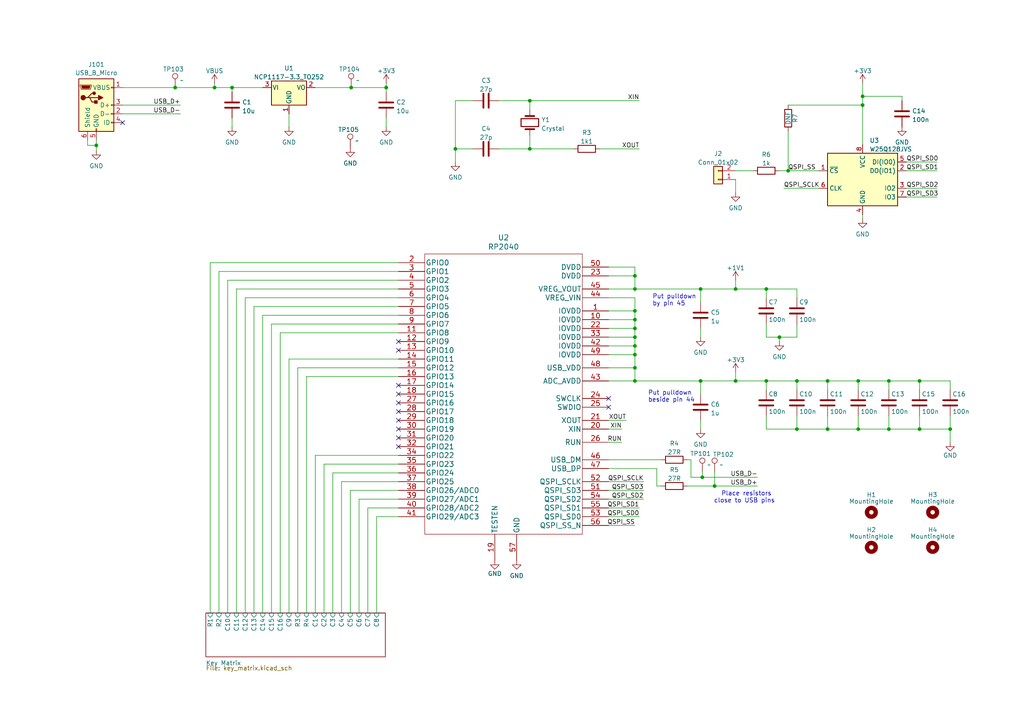
<source format=kicad_sch>
(kicad_sch (version 20231120) (generator "eeschema") (generator_version "8.0")
  (paper "A4")
  (title_block (title "Keyboard PCB"))
  (lib_symbols
    (symbol "Connector:TestPoint" (pin_numbers hide) (pin_names (offset 0.762) hide)
      (property "Reference" "TP" (at 0 6.858 0))
      (property "Value" "TestPoint" (at 0 5.08 0))
      (symbol "TestPoint_0_1"
        (circle (center 0 3.302) (radius 0.762))
      )
      (symbol "TestPoint_1_1"
        (pin passive line (at 0 0 90) (length 2.54) (name "1") (number "1"))
      )
    )
    (symbol "Connector:USB_B_Micro" (pin_names (offset 1.016))
      (property "Reference" "J" (at -5.08 11.43 0))
      (property "Value" "USB_B_Micro" (at -5.08 8.89 0))
      (symbol "USB_B_Micro_0_1"
        (rectangle (start -5.08 -7.62) (end 5.08 7.62) (stroke (width 0.254)) (fill (type background)))
        (circle (center -3.81 2.159) (radius 0.635) (stroke (width 0.254)) (fill (type outline)))
        (circle (center -0.635 3.429) (radius 0.381) (stroke (width 0.254)) (fill (type outline)))
        (rectangle (start -0.127 -7.62) (end 0.127 -6.858))
        (polyline (pts (xy -1.905 2.159) (xy 0.635 2.159)) (stroke (width 0.254)))
        (polyline (pts (xy -3.175 2.159) (xy -2.54 2.159) (xy -1.27 3.429) (xy -0.635 3.429)) (stroke (width 0.254)))
        (polyline (pts (xy -2.54 2.159) (xy -1.905 2.159) (xy -1.27 0.889) (xy 0 0.889)) (stroke (width 0.254)))
        (polyline (pts (xy 0.635 2.794) (xy 0.635 1.524) (xy 1.905 2.159) (xy 0.635 2.794)) (stroke (width 0.254)) (fill (type outline)))
        (polyline (pts (xy -4.318 5.588) (xy -1.778 5.588) (xy -2.032 4.826) (xy -4.064 4.826) (xy -4.318 5.588)) (fill (type outline)))
        (polyline (pts (xy -4.699 5.842) (xy -4.699 5.588) (xy -4.445 4.826) (xy -4.445 4.572) (xy -1.651 4.572) (xy -1.651 4.826) (xy -1.397 5.588) (xy -1.397 5.842) (xy -4.699 5.842)))
        (rectangle (start 0.254 1.27) (end -0.508 0.508) (stroke (width 0.254)) (fill (type outline)))
        (rectangle (start 5.08 -5.207) (end 4.318 -4.953))
        (rectangle (start 5.08 -2.667) (end 4.318 -2.413))
        (rectangle (start 5.08 -0.127) (end 4.318 0.127))
        (rectangle (start 5.08 4.953) (end 4.318 5.207))
      )
      (symbol "USB_B_Micro_1_1"
        (pin power_out line (at 7.62 5.08 180) (length 2.54) (name "VBUS") (number "1"))
        (pin bidirectional line (at 7.62 -2.54 180) (length 2.54) (name "D-") (number "2"))
        (pin bidirectional line (at 7.62 0 180) (length 2.54) (name "D+") (number "3"))
        (pin passive line (at 7.62 -5.08 180) (length 2.54) (name "ID") (number "4"))
        (pin power_out line (at 0 -10.16 90) (length 2.54) (name "GND") (number "5"))
        (pin passive line (at -2.54 -10.16 90) (length 2.54) (name "Shield") (number "6"))
      )
    )
    (symbol "Connector_Generic:Conn_01x02" (pin_names (offset 1.016) hide)
      (property "Reference" "J" (at 0 2.54 0))
      (property "Value" "Conn_01x02" (at 0 -5.08 0))
      (symbol "Conn_01x02_1_1"
        (rectangle (start -1.27 -2.413) (end 0 -2.667) (stroke (width 0.1524)))
        (rectangle (start -1.27 0.127) (end 0 -0.127) (stroke (width 0.1524)))
        (rectangle (start -1.27 1.27) (end 1.27 -3.81) (stroke (width 0.254)) (fill (type background)))
        (pin passive line (at -5.08 0 0) (length 3.81) (name "Pin_1") (number "1"))
        (pin passive line (at -5.08 -2.54 0) (length 3.81) (name "Pin_2") (number "2"))
      )
    )
    (symbol "Device:C" (pin_numbers hide) (pin_names (offset 0.254))
      (property "Reference" "C" (at 0.635 2.54 0))
      (property "Value" "C" (at 0.635 -2.54 0))
      (symbol "C_0_1"
        (polyline (pts (xy -2.032 -0.762) (xy 2.032 -0.762)) (stroke (width 0.508)))
        (polyline (pts (xy -2.032 0.762) (xy 2.032 0.762)) (stroke (width 0.508)))
      )
      (symbol "C_1_1"
        (pin passive line (at 0 3.81 270) (length 2.794) (name "~") (number "1"))
        (pin passive line (at 0 -3.81 90) (length 2.794) (name "~") (number "2"))
      )
    )
    (symbol "Device:Crystal" (pin_numbers hide) (pin_names (offset 1.016) hide)
      (property "Reference" "Y" (at 0 3.81 0))
      (property "Value" "Crystal" (at 0 -3.81 0))
      (symbol "Crystal_0_1"
        (rectangle (start -1.143 2.54) (end 1.143 -2.54) (stroke (width 0.3048)))
        (polyline (pts (xy -2.54 0) (xy -1.905 0)))
        (polyline (pts (xy -1.905 -1.27) (xy -1.905 1.27)) (stroke (width 0.508)))
        (polyline (pts (xy 1.905 -1.27) (xy 1.905 1.27)) (stroke (width 0.508)))
        (polyline (pts (xy 2.54 0) (xy 1.905 0)))
      )
      (symbol "Crystal_1_1"
        (pin passive line (at -3.81 0 0) (length 1.27) (name "1") (number "1"))
        (pin passive line (at 3.81 0 180) (length 1.27) (name "2") (number "2"))
      )
    )
    (symbol "Device:R" (pin_numbers hide) (pin_names (offset 0))
      (property "Reference" "R" (at 2.032 0 90))
      (property "Value" "R" (at 0 0 90))
      (symbol "R_0_1"
        (rectangle (start -1.016 -2.54) (end 1.016 2.54) (stroke (width 0.254)))
      )
      (symbol "R_1_1"
        (pin passive line (at 0 3.81 270) (length 1.27) (name "~") (number "1"))
        (pin passive line (at 0 -3.81 90) (length 1.27) (name "~") (number "2"))
      )
    )
    (symbol "Mechanical:MountingHole" (pin_names (offset 1.016))
      (property "Reference" "H" (at 0 5.08 0))
      (property "Value" "MountingHole" (at 0 3.175 0))
      (symbol "MountingHole_0_1"
        (circle (center 0 0) (radius 1.27) (stroke (width 1.27)))
      )
    )
    (symbol "Regulator_Linear:NCP1117-3.3_TO252" (pin_names (offset 0.254))
      (property "Reference" "U" (at -3.81 3.175 0))
      (property "Value" "NCP1117-3.3_TO252" (at 0 3.175 0))
      (symbol "NCP1117-3.3_TO252_0_1"
        (rectangle (start -5.08 1.905) (end 5.08 -5.08) (stroke (width 0.254)) (fill (type background)))
      )
      (symbol "NCP1117-3.3_TO252_1_1"
        (pin power_in line (at 0 -7.62 90) (length 2.54) (name "GND") (number "1"))
        (pin power_out line (at 7.62 0 180) (length 2.54) (name "VO") (number "2"))
        (pin power_in line (at -7.62 0 0) (length 2.54) (name "VI") (number "3"))
      )
    )
    (symbol "W25Q128JVS_1"
      (property "Reference" "U" (at -8.89 8.89 0))
      (property "Value" "W25Q128JVS_1" (at 7.62 8.89 0))
      (symbol "W25Q128JVS_1_0_1"
        (rectangle (start -10.16 7.62) (end 10.16 -7.62) (stroke (width 0.254)) (fill (type background)))
      )
      (symbol "W25Q128JVS_1_1_1"
        (pin input line (at -12.7 2.54 0) (length 2.54) (name "~{CS}") (number "1"))
        (pin bidirectional line (at 12.7 2.54 180) (length 2.54) (name "DO(IO1)") (number "2"))
        (pin bidirectional line (at 12.7 -2.54 180) (length 2.54) (name "IO2") (number "3"))
        (pin power_in line (at 0 -10.16 90) (length 2.54) (name "GND") (number "4"))
        (pin bidirectional line (at 12.7 5.08 180) (length 2.54) (name "DI(IO0)") (number "5"))
        (pin input line (at -12.7 -2.54 0) (length 2.54) (name "CLK") (number "6"))
        (pin bidirectional line (at 12.7 -5.08 180) (length 2.54) (name "IO3") (number "7"))
        (pin power_in line (at 0 10.16 270) (length 2.54) (name "VCC") (number "8"))
      )
    )
    (symbol "power:+1V1" (power) (pin_names (offset 0))
      (property "Value" "+1V1" (at 0 3.556 0))
      (symbol "+1V1_0_1"
        (polyline (pts (xy -0.762 1.27) (xy 0 2.54)))
        (polyline (pts (xy 0 0) (xy 0 2.54)))
        (polyline (pts (xy 0 2.54) (xy 0.762 1.27)))
      )
      (symbol "+1V1_1_1"
        (pin power_in line (at 0 0 90) (length 0) hide (name "+1V1") (number "1"))
      )
    )
    (symbol "power:+3.3V" (power) (pin_names (offset 0))
      (property "Value" "+3.3V" (at 0 3.556 0))
      (symbol "+3.3V_0_1"
        (polyline (pts (xy -0.762 1.27) (xy 0 2.54)))
        (polyline (pts (xy 0 0) (xy 0 2.54)))
        (polyline (pts (xy 0 2.54) (xy 0.762 1.27)))
      )
      (symbol "+3.3V_1_1"
        (pin power_in line (at 0 0 90) (length 0) hide (name "+3V3") (number "1"))
      )
    )
    (symbol "power:+3V3" (power) (pin_names (offset 0))
      (property "Value" "+3V3" (at 0 3.556 0))
      (symbol "+3V3_0_1"
        (polyline (pts (xy -0.762 1.27) (xy 0 2.54)))
        (polyline (pts (xy 0 0) (xy 0 2.54)))
        (polyline (pts (xy 0 2.54) (xy 0.762 1.27)))
      )
      (symbol "+3V3_1_1"
        (pin power_in line (at 0 0 90) (length 0) hide (name "+3V3") (number "1"))
      )
    )
    (symbol "power:GND" (power) (pin_names (offset 0))
      (property "Value" "GND" (at 0 -3.81 0))
      (symbol "GND_0_1"
        (polyline (pts (xy 0 0) (xy 0 -1.27) (xy 1.27 -1.27) (xy 0 -2.54) (xy -1.27 -1.27) (xy 0 -1.27)))
      )
      (symbol "GND_1_1"
        (pin power_in line (at 0 0 270) (length 0) hide (name "GND") (number "1"))
      )
    )
    (symbol "power:VBUS" (power) (pin_names (offset 0))
      (property "Value" "VBUS" (at 0 3.81 0))
      (symbol "VBUS_0_1"
        (polyline (pts (xy -0.762 1.27) (xy 0 2.54)))
        (polyline (pts (xy 0 0) (xy 0 2.54)))
        (polyline (pts (xy 0 2.54) (xy 0.762 1.27)))
      )
      (symbol "VBUS_1_1"
        (pin power_in line (at 0 0 90) (length 0) hide (name "VBUS") (number "1"))
      )
    )
    (symbol "rp2040:RP2040" (pin_names (offset 0.254))
      (property "Reference" "U3" (at 30.48 9.8298 0))
      (property "Value" "RP2040" (at 30.48 7.1374 0))
      (symbol "RP2040_1_1"
        (polyline (pts (xy 7.62 -76.2) (xy 53.34 -76.2)) (stroke (width 0.127)))
        (polyline (pts (xy 7.62 5.08) (xy 7.62 -76.2)) (stroke (width 0.127)))
        (polyline (pts (xy 53.34 -76.2) (xy 53.34 5.08)) (stroke (width 0.127)))
        (polyline (pts (xy 53.34 5.08) (xy 7.62 5.08)) (stroke (width 0.127)))
        (pin power_in line (at 60.96 -11.43 180) (length 7.62) (name "IOVDD") (number "1"))
        (pin power_in line (at 60.96 -13.97 180) (length 7.62) (name "IOVDD") (number "10"))
        (pin bidirectional line (at 0 -17.78 0) (length 7.62) (name "GPIO8") (number "11"))
        (pin bidirectional line (at 0 -20.32 0) (length 7.62) (name "GPIO9") (number "12"))
        (pin bidirectional line (at 0 -22.86 0) (length 7.62) (name "GPIO10") (number "13"))
        (pin bidirectional line (at 0 -25.4 0) (length 7.62) (name "GPIO11") (number "14"))
        (pin bidirectional line (at 0 -27.94 0) (length 7.62) (name "GPIO12") (number "15"))
        (pin bidirectional line (at 0 -30.48 0) (length 7.62) (name "GPIO13") (number "16"))
        (pin bidirectional line (at 0 -33.02 0) (length 7.62) (name "GPIO14") (number "17"))
        (pin bidirectional line (at 0 -35.56 0) (length 7.62) (name "GPIO15") (number "18"))
        (pin unspecified line (at 27.94 -83.82 90) (length 7.62) (name "TESTEN") (number "19"))
        (pin bidirectional line (at 0 2.54 0) (length 7.62) (name "GPIO0") (number "2"))
        (pin unspecified line (at 60.96 -45.72 180) (length 7.62) (name "XIN") (number "20"))
        (pin output line (at 60.96 -43.18 180) (length 7.62) (name "XOUT") (number "21"))
        (pin power_in line (at 60.96 -16.51 180) (length 7.62) (name "IOVDD") (number "22"))
        (pin power_in line (at 60.96 -1.27 180) (length 7.62) (name "DVDD") (number "23"))
        (pin unspecified line (at 60.96 -36.83 180) (length 7.62) (name "SWCLK") (number "24"))
        (pin unspecified line (at 60.96 -39.37 180) (length 7.62) (name "SWDIO") (number "25"))
        (pin unspecified line (at 60.96 -49.53 180) (length 7.62) (name "RUN") (number "26"))
        (pin bidirectional line (at 0 -38.1 0) (length 7.62) (name "GPIO16") (number "27"))
        (pin bidirectional line (at 0 -40.64 0) (length 7.62) (name "GPIO17") (number "28"))
        (pin bidirectional line (at 0 -43.18 0) (length 7.62) (name "GPIO18") (number "29"))
        (pin bidirectional line (at 0 0 0) (length 7.62) (name "GPIO1") (number "3"))
        (pin bidirectional line (at 0 -45.72 0) (length 7.62) (name "GPIO19") (number "30"))
        (pin bidirectional line (at 0 -48.26 0) (length 7.62) (name "GPIO20") (number "31"))
        (pin bidirectional line (at 0 -50.8 0) (length 7.62) (name "GPIO21") (number "32"))
        (pin power_in line (at 60.96 -19.05 180) (length 7.62) (name "IOVDD") (number "33"))
        (pin bidirectional line (at 0 -53.34 0) (length 7.62) (name "GPIO22") (number "34"))
        (pin bidirectional line (at 0 -55.88 0) (length 7.62) (name "GPIO23") (number "35"))
        (pin bidirectional line (at 0 -58.42 0) (length 7.62) (name "GPIO24") (number "36"))
        (pin bidirectional line (at 0 -60.96 0) (length 7.62) (name "GPIO25") (number "37"))
        (pin bidirectional line (at 0 -63.5 0) (length 7.62) (name "GPIO26/ADC0") (number "38"))
        (pin bidirectional line (at 0 -66.04 0) (length 7.62) (name "GPIO27/ADC1") (number "39"))
        (pin bidirectional line (at 0 -2.54 0) (length 7.62) (name "GPIO2") (number "4"))
        (pin bidirectional line (at 0 -68.58 0) (length 7.62) (name "GPIO28/ADC2") (number "40"))
        (pin bidirectional line (at 0 -71.12 0) (length 7.62) (name "GPIO29/ADC3") (number "41"))
        (pin power_in line (at 60.96 -21.59 180) (length 7.62) (name "IOVDD") (number "42"))
        (pin power_in line (at 60.96 -31.75 180) (length 7.62) (name "ADC_AVDD") (number "43"))
        (pin unspecified line (at 60.96 -7.62 180) (length 7.62) (name "VREG_VIN") (number "44"))
        (pin output line (at 60.96 -5.08 180) (length 7.62) (name "VREG_VOUT") (number "45"))
        (pin unspecified line (at 60.96 -54.61 180) (length 7.62) (name "USB_DM") (number "46"))
        (pin unspecified line (at 60.96 -57.15 180) (length 7.62) (name "USB_DP") (number "47"))
        (pin power_in line (at 60.96 -27.94 180) (length 7.62) (name "USB_VDD") (number "48"))
        (pin power_in line (at 60.96 -24.13 180) (length 7.62) (name "IOVDD") (number "49"))
        (pin bidirectional line (at 0 -5.08 0) (length 7.62) (name "GPIO3") (number "5"))
        (pin power_in line (at 60.96 1.27 180) (length 7.62) (name "DVDD") (number "50"))
        (pin bidirectional line (at 60.96 -63.5 180) (length 7.62) (name "QSPI_SD3") (number "51"))
        (pin unspecified line (at 60.96 -60.96 180) (length 7.62) (name "QSPI_SCLK") (number "52"))
        (pin bidirectional line (at 60.96 -71.12 180) (length 7.62) (name "QSPI_SD0") (number "53"))
        (pin bidirectional line (at 60.96 -66.04 180) (length 7.62) (name "QSPI_SD2") (number "54"))
        (pin bidirectional line (at 60.96 -68.58 180) (length 7.62) (name "QSPI_SD1") (number "55"))
        (pin unspecified line (at 60.96 -73.66 180) (length 7.62) (name "QSPI_SS_N") (number "56"))
        (pin power_in line (at 34.29 -83.82 90) (length 7.62) (name "GND") (number "57"))
        (pin bidirectional line (at 0 -7.62 0) (length 7.62) (name "GPIO4") (number "6"))
        (pin bidirectional line (at 0 -10.16 0) (length 7.62) (name "GPIO5") (number "7"))
        (pin bidirectional line (at 0 -12.7 0) (length 7.62) (name "GPIO6") (number "8"))
        (pin bidirectional line (at 0 -15.24 0) (length 7.62) (name "GPIO7") (number "9"))
      )
    )
  )
  (junction (at 228.6 49.53))
  (junction (at 67.31 25.4))
  (junction (at 62.23 25.4))
  (junction (at 203.2 110.49))
  (junction (at 153.67 29.21))
  (junction (at 27.94 42.164))
  (junction (at 184.15 102.87))
  (junction (at 275.59 124.46))
  (junction (at 132.08 43.18))
  (junction (at 266.7 110.49))
  (junction (at 184.15 100.33))
  (junction (at 153.67 43.18))
  (junction (at 207.264 140.97))
  (junction (at 203.708 138.43))
  (junction (at 184.15 97.79))
  (junction (at 184.15 80.01))
  (junction (at 240.03 110.49))
  (junction (at 101.854 25.4))
  (junction (at 50.8 25.4))
  (junction (at 222.25 83.82))
  (junction (at 248.92 110.49))
  (junction (at 184.15 83.82))
  (junction (at 213.36 110.49))
  (junction (at 213.36 83.82))
  (junction (at 257.81 110.49))
  (junction (at 184.15 92.71))
  (junction (at 240.03 124.46))
  (junction (at 231.14 124.46))
  (junction (at 112.014 25.4))
  (junction (at 231.14 110.49))
  (junction (at 222.25 110.49))
  (junction (at 184.15 90.17))
  (junction (at 250.19 30.48))
  (junction (at 203.2 83.82))
  (junction (at 184.15 106.68))
  (junction (at 266.7 124.46))
  (junction (at 184.15 110.49))
  (junction (at 226.06 97.79))
  (junction (at 257.81 124.46))
  (junction (at 248.92 124.46))
  (junction (at 184.15 95.25))
  (junction (at 250.19 27.94))
  (no_connect (at 176.53 118.11))
  (no_connect (at 176.53 115.57))
  (no_connect (at 35.56 35.56))
  (no_connect (at 115.57 99.06))
  (no_connect (at 115.57 101.6))
  (no_connect (at 115.57 111.76))
  (no_connect (at 115.57 114.3))
  (no_connect (at 115.57 116.84))
  (no_connect (at 115.57 119.38))
  (no_connect (at 115.57 121.92))
  (no_connect (at 115.57 124.46))
  (no_connect (at 115.57 127))
  (no_connect (at 115.57 129.54))
  (wire (pts (xy 35.56 25.4) (xy 50.8 25.4)))
  (wire (pts (xy 67.31 25.4) (xy 76.2 25.4)))
  (wire (pts (xy 112.014 34.29) (xy 112.014 36.83)))
  (wire (pts (xy 226.06 97.79) (xy 231.14 97.79)))
  (wire (pts (xy 203.2 110.49) (xy 213.36 110.49)))
  (wire (pts (xy 99.06 139.7) (xy 115.57 139.7)))
  (wire (pts (xy 226.06 49.53) (xy 228.6 49.53)))
  (wire (pts (xy 213.36 110.49) (xy 222.25 110.49)))
  (wire (pts (xy 262.89 57.15) (xy 271.78 57.15)))
  (wire (pts (xy 25.4 40.64) (xy 25.4 42.164)))
  (wire (pts (xy 203.2 95.25) (xy 203.2 97.79)))
  (wire (pts (xy 176.53 110.49) (xy 184.15 110.49)))
  (wire (pts (xy 213.36 49.53) (xy 218.44 49.53)))
  (wire (pts (xy 62.23 25.4) (xy 67.31 25.4)))
  (wire (pts (xy 222.25 124.46) (xy 231.14 124.46)))
  (wire (pts (xy 27.94 42.164) (xy 27.94 43.688)))
  (wire (pts (xy 176.53 106.68) (xy 184.15 106.68)))
  (wire (pts (xy 104.14 144.78) (xy 115.57 144.78)))
  (wire (pts (xy 176.53 152.4) (xy 184.15 152.4)))
  (wire (pts (xy 228.6 38.1) (xy 228.6 49.53)))
  (wire (pts (xy 153.67 43.18) (xy 166.37 43.18)))
  (wire (pts (xy 222.25 83.82) (xy 222.25 86.36)))
  (wire (pts (xy 67.31 25.4) (xy 67.31 26.67)))
  (wire (pts (xy 91.44 177.8) (xy 91.44 132.08)))
  (wire (pts (xy 27.94 40.64) (xy 27.94 42.164)))
  (wire (pts (xy 67.31 34.29) (xy 67.31 36.83)))
  (wire (pts (xy 240.03 110.49) (xy 240.03 113.03)))
  (wire (pts (xy 153.67 29.21) (xy 185.42 29.21)))
  (wire (pts (xy 71.12 177.8) (xy 71.12 86.36)))
  (wire (pts (xy 248.92 110.49) (xy 257.81 110.49)))
  (wire (pts (xy 240.03 110.49) (xy 248.92 110.49)))
  (wire (pts (xy 115.57 91.44) (xy 76.2 91.44)))
  (wire (pts (xy 184.15 100.33) (xy 184.15 102.87)))
  (wire (pts (xy 112.014 25.4) (xy 112.014 26.67)))
  (wire (pts (xy 63.5 177.8) (xy 63.5 78.74)))
  (wire (pts (xy 86.36 106.68) (xy 115.57 106.68)))
  (wire (pts (xy 207.264 136.906) (xy 207.264 140.97)))
  (wire (pts (xy 203.2 121.92) (xy 203.2 124.46)))
  (wire (pts (xy 176.53 95.25) (xy 184.15 95.25)))
  (wire (pts (xy 66.04 177.8) (xy 66.04 81.28)))
  (wire (pts (xy 231.14 110.49) (xy 231.14 113.03)))
  (wire (pts (xy 257.81 120.65) (xy 257.81 124.46)))
  (wire (pts (xy 184.15 110.49) (xy 203.2 110.49)))
  (wire (pts (xy 231.14 93.98) (xy 231.14 97.79)))
  (wire (pts (xy 257.81 110.49) (xy 257.81 113.03)))
  (wire (pts (xy 190.5 135.89) (xy 190.5 140.97)))
  (wire (pts (xy 266.7 120.65) (xy 266.7 124.46)))
  (wire (pts (xy 262.89 46.99) (xy 271.78 46.99)))
  (wire (pts (xy 66.04 81.28) (xy 115.57 81.28)))
  (wire (pts (xy 250.19 30.48) (xy 250.19 41.91)))
  (wire (pts (xy 176.53 102.87) (xy 184.15 102.87)))
  (wire (pts (xy 275.59 120.65) (xy 275.59 124.46)))
  (wire (pts (xy 248.92 120.65) (xy 248.92 124.46)))
  (wire (pts (xy 231.14 124.46) (xy 240.03 124.46)))
  (wire (pts (xy 213.36 107.95) (xy 213.36 110.49)))
  (wire (pts (xy 262.89 54.61) (xy 271.78 54.61)))
  (wire (pts (xy 222.25 110.49) (xy 231.14 110.49)))
  (wire (pts (xy 250.19 63.5) (xy 250.19 62.23)))
  (wire (pts (xy 203.2 110.49) (xy 203.2 114.3)))
  (wire (pts (xy 176.53 147.32) (xy 185.42 147.32)))
  (wire (pts (xy 231.14 110.49) (xy 240.03 110.49)))
  (wire (pts (xy 68.58 83.82) (xy 115.57 83.82)))
  (wire (pts (xy 266.7 124.46) (xy 275.59 124.46)))
  (wire (pts (xy 91.44 25.4) (xy 101.854 25.4)))
  (wire (pts (xy 132.08 43.18) (xy 132.08 46.99)))
  (wire (pts (xy 222.25 110.49) (xy 222.25 113.03)))
  (wire (pts (xy 176.53 92.71) (xy 184.15 92.71)))
  (wire (pts (xy 176.53 124.46) (xy 180.34 124.46)))
  (wire (pts (xy 83.82 33.02) (xy 83.82 36.83)))
  (wire (pts (xy 106.68 147.32) (xy 106.68 177.8)))
  (wire (pts (xy 231.14 83.82) (xy 231.14 86.36)))
  (wire (pts (xy 78.74 93.98) (xy 115.57 93.98)))
  (wire (pts (xy 231.14 120.65) (xy 231.14 124.46)))
  (wire (pts (xy 88.9 177.8) (xy 88.9 109.22)))
  (wire (pts (xy 176.53 83.82) (xy 184.15 83.82)))
  (wire (pts (xy 176.53 80.01) (xy 184.15 80.01)))
  (wire (pts (xy 184.15 83.82) (xy 184.15 80.01)))
  (wire (pts (xy 60.96 177.8) (xy 60.96 76.2)))
  (wire (pts (xy 176.53 133.35) (xy 191.77 133.35)))
  (wire (pts (xy 96.52 177.8) (xy 96.52 137.16)))
  (wire (pts (xy 213.36 81.28) (xy 213.36 83.82)))
  (wire (pts (xy 184.15 102.87) (xy 184.15 106.68)))
  (wire (pts (xy 62.23 24.13) (xy 62.23 25.4)))
  (wire (pts (xy 184.15 95.25) (xy 184.15 97.79)))
  (wire (pts (xy 222.25 120.65) (xy 222.25 124.46)))
  (wire (pts (xy 176.53 149.86) (xy 185.42 149.86)))
  (wire (pts (xy 101.854 25.4) (xy 112.014 25.4)))
  (wire (pts (xy 200.406 138.43) (xy 203.708 138.43)))
  (wire (pts (xy 63.5 78.74) (xy 115.57 78.74)))
  (wire (pts (xy 176.53 97.79) (xy 184.15 97.79)))
  (wire (pts (xy 199.39 133.35) (xy 200.406 133.35)))
  (wire (pts (xy 184.15 92.71) (xy 184.15 95.25)))
  (wire (pts (xy 81.28 96.52) (xy 115.57 96.52)))
  (wire (pts (xy 261.62 27.94) (xy 261.62 29.21)))
  (wire (pts (xy 132.08 29.21) (xy 132.08 43.18)))
  (wire (pts (xy 275.59 110.49) (xy 275.59 113.03)))
  (wire (pts (xy 50.8 25.4) (xy 62.23 25.4)))
  (wire (pts (xy 176.53 86.36) (xy 184.15 86.36)))
  (wire (pts (xy 106.68 147.32) (xy 115.57 147.32)))
  (wire (pts (xy 176.53 77.47) (xy 184.15 77.47)))
  (wire (pts (xy 248.92 124.46) (xy 257.81 124.46)))
  (wire (pts (xy 184.15 86.36) (xy 184.15 90.17)))
  (wire (pts (xy 96.52 137.16) (xy 115.57 137.16)))
  (wire (pts (xy 190.5 140.97) (xy 191.77 140.97)))
  (wire (pts (xy 226.06 97.79) (xy 226.06 99.06)))
  (wire (pts (xy 91.44 132.08) (xy 115.57 132.08)))
  (wire (pts (xy 35.56 33.02) (xy 52.324 33.02)))
  (wire (pts (xy 173.99 43.18) (xy 185.42 43.18)))
  (wire (pts (xy 240.03 124.46) (xy 248.92 124.46)))
  (wire (pts (xy 115.57 88.9) (xy 73.66 88.9)))
  (wire (pts (xy 176.53 90.17) (xy 184.15 90.17)))
  (wire (pts (xy 144.78 43.18) (xy 153.67 43.18)))
  (wire (pts (xy 176.53 144.78) (xy 186.69 144.78)))
  (wire (pts (xy 203.708 138.43) (xy 219.71 138.43)))
  (wire (pts (xy 93.98 134.62) (xy 115.57 134.62)))
  (wire (pts (xy 203.2 83.82) (xy 213.36 83.82)))
  (wire (pts (xy 25.4 42.164) (xy 27.94 42.164)))
  (wire (pts (xy 88.9 109.22) (xy 115.57 109.22)))
  (wire (pts (xy 184.15 90.17) (xy 184.15 92.71)))
  (wire (pts (xy 78.74 177.8) (xy 78.74 93.98)))
  (wire (pts (xy 93.98 177.8) (xy 93.98 134.62)))
  (wire (pts (xy 222.25 97.79) (xy 226.06 97.79)))
  (wire (pts (xy 153.67 29.21) (xy 153.67 31.75)))
  (wire (pts (xy 144.78 29.21) (xy 153.67 29.21)))
  (wire (pts (xy 176.53 128.27) (xy 180.34 128.27)))
  (wire (pts (xy 266.7 110.49) (xy 275.59 110.49)))
  (wire (pts (xy 104.14 144.78) (xy 104.14 177.8)))
  (wire (pts (xy 60.96 76.2) (xy 115.57 76.2)))
  (wire (pts (xy 73.66 88.9) (xy 73.66 177.8)))
  (wire (pts (xy 207.264 140.97) (xy 219.71 140.97)))
  (wire (pts (xy 184.15 83.82) (xy 203.2 83.82)))
  (wire (pts (xy 101.6 142.24) (xy 115.57 142.24)))
  (wire (pts (xy 101.6 177.8) (xy 101.6 142.24)))
  (wire (pts (xy 132.08 43.18) (xy 137.16 43.18)))
  (wire (pts (xy 176.53 135.89) (xy 190.5 135.89)))
  (wire (pts (xy 86.36 177.8) (xy 86.36 106.68)))
  (wire (pts (xy 275.59 124.46) (xy 275.59 128.27)))
  (wire (pts (xy 99.06 177.8) (xy 99.06 139.7)))
  (wire (pts (xy 137.16 29.21) (xy 132.08 29.21)))
  (wire (pts (xy 184.15 80.01) (xy 184.15 77.47)))
  (wire (pts (xy 262.89 49.53) (xy 271.78 49.53)))
  (wire (pts (xy 153.67 39.37) (xy 153.67 43.18)))
  (wire (pts (xy 176.53 142.24) (xy 186.69 142.24)))
  (wire (pts (xy 257.81 124.46) (xy 266.7 124.46)))
  (wire (pts (xy 250.19 27.94) (xy 261.62 27.94)))
  (wire (pts (xy 184.15 97.79) (xy 184.15 100.33)))
  (wire (pts (xy 228.6 49.53) (xy 237.49 49.53)))
  (wire (pts (xy 250.19 27.94) (xy 250.19 30.48)))
  (wire (pts (xy 76.2 91.44) (xy 76.2 177.8)))
  (wire (pts (xy 176.53 121.92) (xy 181.61 121.92)))
  (wire (pts (xy 203.2 83.82) (xy 203.2 87.63)))
  (wire (pts (xy 199.39 140.97) (xy 207.264 140.97)))
  (wire (pts (xy 112.014 24.13) (xy 112.014 25.4)))
  (wire (pts (xy 240.03 120.65) (xy 240.03 124.46)))
  (wire (pts (xy 109.22 177.8) (xy 109.22 149.86)))
  (wire (pts (xy 35.56 30.48) (xy 52.324 30.48)))
  (wire (pts (xy 203.708 136.906) (xy 203.708 138.43)))
  (wire (pts (xy 81.28 177.8) (xy 81.28 96.52)))
  (wire (pts (xy 68.58 177.8) (xy 68.58 83.82)))
  (wire (pts (xy 200.406 138.43) (xy 200.406 133.35)))
  (wire (pts (xy 250.19 24.13) (xy 250.19 27.94)))
  (wire (pts (xy 227.33 54.61) (xy 237.49 54.61)))
  (wire (pts (xy 109.22 149.86) (xy 115.57 149.86)))
  (wire (pts (xy 184.15 106.68) (xy 184.15 110.49)))
  (wire (pts (xy 83.82 177.8) (xy 83.82 104.14)))
  (wire (pts (xy 213.36 52.07) (xy 213.36 55.88)))
  (wire (pts (xy 228.6 30.48) (xy 250.19 30.48)))
  (wire (pts (xy 83.82 104.14) (xy 115.57 104.14)))
  (wire (pts (xy 257.81 110.49) (xy 266.7 110.49)))
  (wire (pts (xy 248.92 110.49) (xy 248.92 113.03)))
  (wire (pts (xy 213.36 83.82) (xy 222.25 83.82)))
  (wire (pts (xy 71.12 86.36) (xy 115.57 86.36)))
  (wire (pts (xy 266.7 110.49) (xy 266.7 113.03)))
  (wire (pts (xy 222.25 93.98) (xy 222.25 97.79)))
  (wire (pts (xy 222.25 83.82) (xy 231.14 83.82)))
  (wire (pts (xy 176.53 100.33) (xy 184.15 100.33)))
  (wire (pts (xy 176.53 139.7) (xy 186.69 139.7)))
  (text "Put pulldown \nbeside pin 44" (at 187.96 116.84 0) (effects (font (size 1.27 1.27)) (justify left bottom)))
  (text "Put pulldown \nby pin 45\n" (at 189.23 88.9 0) (effects (font (size 1.27 1.27)) (justify left bottom)))
  (text "Place resistors \nclose to USB pins" (at 224.79 146.05 0) (effects (font (size 1.27 1.27)) (justify right bottom)))
  (label "QSPI_SD0" (at 185.42 149.86 180))
  (label "XOUT" (at 185.42 43.18 180))
  (label "USB_D-" (at 52.324 33.02 180))
  (label "RUN" (at 180.34 128.27 180))
  (label "XIN" (at 185.42 29.21 180))
  (label "QSPI_SCLK" (at 227.33 54.61 0))
  (label "QSPI_SD1" (at 262.89 49.53 0))
  (label "QSPI_SD0" (at 262.89 46.99 0))
  (label "QSPI_SD1" (at 185.42 147.32 180))
  (label "XIN" (at 180.34 124.46 180))
  (label "USB_D-" (at 219.71 138.43 180))
  (label "QSPI_SD2" (at 262.89 54.61 0))
  (label "QSPI_SD3" (at 186.69 142.24 180))
  (label "QSPI_SCLK" (at 186.69 139.7 180))
  (label "QSPI_SS" (at 184.15 152.4 180))
  (label "USB_D+" (at 52.324 30.48 180))
  (label "QSPI_SD3" (at 262.89 57.15 0))
  (label "QSPI_SD2" (at 186.69 144.78 180))
  (label "USB_D+" (at 219.71 140.97 180))
  (label "QSPI_SS" (at 228.6 49.53 0))
  (label "XOUT" (at 181.61 121.92 180))
  (symbol (lib_id "rp2040:RP2040") (at 115.57 78.74 0) (unit 1)
    (property "Reference" "U2" (at 146.05 68.9102 0) (effects (font (size 1.524 1.524))))
    (property "Value" "RP2040" (at 146.05 71.6026 0) (effects (font (size 1.524 1.524))))
    (property "Footprint" "RP2040:RP2040-QFN-56" (effects (hide yes)))
  )
  (symbol (lib_id "power:GND") (at 149.86 162.56 0) (unit 1)
    (property "Reference" "#PWR011" (effects (hide yes)))
    (property "Value" "GND" (at 149.86 167.0034 0))
  )
  (symbol (lib_name "W25Q128JVS_1") (lib_id "Memory_Flash:W25Q128JVS") (at 250.19 52.07 0) (unit 1)
    (property "Reference" "U3" (at 252.2094 40.7502 0) (effects (justify left)))
    (property "Value" "W25Q128JVS" (at 252.2094 43.2871 0) (effects (justify left)))
    (property "Footprint" "Package_SO:SOIC-8_5.23x5.23mm_P1.27mm" (effects (hide yes)))
    (property "Datasheet" "http://www.winbond.com/resource-files/w25q128jv_dtr%20revc%2003272018%20plus.pdf" (effects (hide yes)))
  )
  (symbol (lib_id "Device:C") (at 203.2 91.44 0) (unit 1)
    (property "Reference" "C5" (at 206.121 90.6053 0) (effects (justify left)))
    (property "Value" "1u" (at 206.121 93.1422 0) (effects (justify left)))
    (property "Footprint" "Capacitor_SMD:C_0603_1608Metric_Pad1.08x0.95mm_HandSolder" (effects (hide yes)))
  )
  (symbol (lib_id "power:GND") (at 132.08 46.99 0) (unit 1)
    (property "Reference" "#PWR09" (effects (hide yes)))
    (property "Value" "GND" (at 132.08 51.4334 0))
  )
  (symbol (lib_id "power:+1V1") (at 213.36 81.28 0) (unit 1)
    (property "Reference" "#PWR015" (effects (hide yes)))
    (property "Value" "+1V1" (at 213.36 77.7042 0))
  )
  (symbol (lib_id "Mechanical:MountingHole") (at 270.51 158.75 0) (unit 1)
    (property "Reference" "H4" (at 270.51 153.67 0))
    (property "Value" "MountingHole" (at 270.51 155.575 0))
    (property "Footprint" "MountingHole:MountingHole_4.3mm_M4_Pad" (effects (hide yes)))
  )
  (symbol (lib_id "Device:C") (at 240.03 116.84 0) (unit 1)
    (property "Reference" "C11" (at 240.665 114.3 0) (effects (justify left)))
    (property "Value" "100n" (at 240.665 119.38 0) (effects (justify left)))
    (property "Footprint" "Capacitor_SMD:C_0603_1608Metric_Pad1.08x0.95mm_HandSolder" (effects (hide yes)))
  )
  (symbol (lib_id "Connector:TestPoint") (at 207.264 136.906 0) (unit 1)
    (property "Reference" "TP102" (at 206.756 131.826 0) (effects (justify left)))
    (property "Value" "~" (at 208.661 134.8161 0) (effects (justify left)))
    (property "Footprint" "TestPoint:TestPoint_THTPad_D1.0mm_Drill0.5mm" (effects (hide yes)))
    (property "Description" "test point" (effects (hide yes)))
  )
  (symbol (lib_id "power:GND") (at 112.014 36.83 0) (unit 1)
    (property "Reference" "#PWR08" (effects (hide yes)))
    (property "Value" "GND" (at 112.014 41.2734 0))
  )
  (symbol (lib_id "power:+3.3V") (at 250.19 24.13 0) (unit 1)
    (property "Reference" "#PWR018" (effects (hide yes)))
    (property "Value" "+3V3" (at 250.19 20.5542 0))
  )
  (symbol (lib_id "power:GND") (at 213.36 55.88 0) (unit 1)
    (property "Reference" "#PWR014" (effects (hide yes)))
    (property "Value" "GND" (at 213.36 60.3234 0))
  )
  (symbol (lib_id "power:+3.3V") (at 112.014 24.13 0) (unit 1)
    (property "Reference" "#PWR07" (effects (hide yes)))
    (property "Value" "+3V3" (at 112.014 20.5542 0))
  )
  (symbol (lib_id "Device:C") (at 261.62 33.02 0) (unit 1)
    (property "Reference" "C14" (at 264.541 32.1853 0) (effects (justify left)))
    (property "Value" "100n" (at 264.541 34.7222 0) (effects (justify left)))
    (property "Footprint" "Capacitor_SMD:C_0603_1608Metric_Pad1.08x0.95mm_HandSolder" (effects (hide yes)))
  )
  (symbol (lib_id "power:GND") (at 101.6 42.926 0) (unit 1)
    (property "Reference" "#PWR101" (effects (hide yes)))
    (property "Value" "GND" (at 101.6 47.3694 0))
  )
  (symbol (lib_id "Mechanical:MountingHole") (at 252.73 148.59 0) (unit 1)
    (property "Reference" "H1" (at 252.73 143.51 0))
    (property "Value" "MountingHole" (at 252.73 145.415 0))
    (property "Footprint" "MountingHole:MountingHole_4.3mm_M4_Pad" (effects (hide yes)))
  )
  (symbol (lib_id "Device:C") (at 222.25 116.84 0) (unit 1)
    (property "Reference" "C8" (at 222.885 114.3 0) (effects (justify left)))
    (property "Value" "100n" (at 222.885 119.38 0) (effects (justify left)))
    (property "Footprint" "Capacitor_SMD:C_0603_1608Metric_Pad1.08x0.95mm_HandSolder" (effects (hide yes)))
  )
  (symbol (lib_id "power:GND") (at 275.59 128.27 0) (unit 1)
    (property "Reference" "#PWR021" (effects (hide yes)))
    (property "Value" "GND" (at 275.59 132.08 0))
  )
  (symbol (lib_id "Connector_Generic:Conn_01x02") (at 208.28 52.07 180) (unit 1)
    (property "Reference" "J2" (at 208.28 44.5602 0))
    (property "Value" "Conn_01x02" (at 208.28 47.0971 0))
    (property "Footprint" "Connector_PinHeader_2.54mm:PinHeader_1x02_P2.54mm_Horizontal" (effects (hide yes)))
  )
  (symbol (lib_id "power:GND") (at 250.19 63.5 0) (unit 1)
    (property "Reference" "#PWR019" (effects (hide yes)))
    (property "Value" "GND" (at 250.19 67.9434 0))
  )
  (symbol (lib_id "power:GND") (at 261.62 36.83 0) (unit 1)
    (property "Reference" "#PWR020" (effects (hide yes)))
    (property "Value" "GND" (at 261.62 41.2734 0))
  )
  (symbol (lib_id "Device:C") (at 67.31 30.48 0) (unit 1)
    (property "Reference" "C1" (at 70.231 29.6453 0) (effects (justify left)))
    (property "Value" "10u" (at 70.231 32.1822 0) (effects (justify left)))
    (property "Footprint" "Capacitor_SMD:C_0603_1608Metric_Pad1.08x0.95mm_HandSolder" (effects (hide yes)))
  )
  (symbol (lib_id "Device:R") (at 222.25 49.53 90) (unit 1)
    (property "Reference" "R6" (at 222.25 44.8142 90))
    (property "Value" "1k" (at 222.25 47.3511 90))
    (property "Footprint" "Resistor_SMD:R_0603_1608Metric_Pad0.98x0.95mm_HandSolder" (effects (hide yes)))
  )
  (symbol (lib_id "Device:C") (at 203.2 118.11 0) (unit 1)
    (property "Reference" "C6" (at 206.121 117.2753 0) (effects (justify left)))
    (property "Value" "1u" (at 206.121 119.8122 0) (effects (justify left)))
    (property "Footprint" "Capacitor_SMD:C_0603_1608Metric_Pad1.08x0.95mm_HandSolder" (effects (hide yes)))
  )
  (symbol (lib_id "Device:C") (at 140.97 29.21 90) (unit 1)
    (property "Reference" "C3" (at 140.97 23.3512 90))
    (property "Value" "27p" (at 140.97 25.8881 90))
    (property "Footprint" "Capacitor_SMD:C_0603_1608Metric_Pad1.08x0.95mm_HandSolder" (effects (hide yes)))
  )
  (symbol (lib_id "Connector:TestPoint") (at 203.708 136.906 0) (unit 1)
    (property "Reference" "TP101" (at 200.152 131.572 0) (effects (justify left)))
    (property "Value" "~" (at 205.105 134.8161 0) (effects (justify left)))
    (property "Footprint" "TestPoint:TestPoint_THTPad_D1.0mm_Drill0.5mm" (effects (hide yes)))
    (property "Description" "test point" (effects (hide yes)))
  )
  (symbol (lib_id "Device:R") (at 195.58 133.35 270) (unit 1)
    (property "Reference" "R4" (at 195.58 128.6342 90))
    (property "Value" "27R" (at 195.58 131.1711 90))
    (property "Footprint" "Resistor_SMD:R_0603_1608Metric_Pad0.98x0.95mm_HandSolder" (effects (hide yes)))
  )
  (symbol (lib_id "Device:R") (at 195.58 140.97 270) (unit 1)
    (property "Reference" "R5" (at 195.58 136.2542 90))
    (property "Value" "27R" (at 195.58 138.7911 90))
    (property "Footprint" "Resistor_SMD:R_0603_1608Metric_Pad0.98x0.95mm_HandSolder" (effects (hide yes)))
  )
  (symbol (lib_id "Connector:TestPoint") (at 50.8 25.4 0) (unit 1)
    (property "Reference" "TP103" (at 47.244 20.066 0) (effects (justify left)))
    (property "Value" "~" (at 52.197 23.3101 0) (effects (justify left)))
    (property "Footprint" "TestPoint:TestPoint_THTPad_D1.0mm_Drill0.5mm" (effects (hide yes)))
    (property "Description" "test point" (effects (hide yes)))
  )
  (symbol (lib_id "Connector:USB_B_Micro") (at 27.94 30.48 0) (unit 1)
    (property "Reference" "J101" (at 27.94 18.7155 0))
    (property "Value" "USB_B_Micro" (at 27.94 21.1398 0))
    (property "Footprint" "Connector_USB:USB_Micro-AB_Molex_47590-0001" (effects (hide yes)))
    (property "Description" "USB Micro Type B connector" (effects (hide yes)))
  )
  (symbol (lib_id "Device:C") (at 222.25 90.17 0) (unit 1)
    (property "Reference" "C7" (at 222.885 87.63 0) (effects (justify left)))
    (property "Value" "100n" (at 222.885 92.71 0) (effects (justify left)))
    (property "Footprint" "Capacitor_SMD:C_0603_1608Metric_Pad1.08x0.95mm_HandSolder" (effects (hide yes)))
  )
  (symbol (lib_id "Device:C") (at 231.14 90.17 0) (unit 1)
    (property "Reference" "C9" (at 231.775 87.63 0) (effects (justify left)))
    (property "Value" "100n" (at 231.775 92.71 0) (effects (justify left)))
    (property "Footprint" "Capacitor_SMD:C_0603_1608Metric_Pad1.08x0.95mm_HandSolder" (effects (hide yes)))
  )
  (symbol (lib_id "power:GND") (at 27.94 43.688 0) (unit 1)
    (property "Reference" "#PWR01" (effects (hide yes)))
    (property "Value" "GND" (at 27.94 48.1314 0))
  )
  (symbol (lib_id "Device:C") (at 275.59 116.84 0) (unit 1)
    (property "Reference" "C16" (at 276.225 114.3 0) (effects (justify left)))
    (property "Value" "100n" (at 276.225 119.38 0) (effects (justify left)))
    (property "Footprint" "Capacitor_SMD:C_0603_1608Metric_Pad1.08x0.95mm_HandSolder" (effects (hide yes)))
  )
  (symbol (lib_id "Connector:TestPoint") (at 101.6 42.926 0) (unit 1)
    (property "Reference" "TP105" (at 98.044 37.592 0) (effects (justify left)))
    (property "Value" "~" (at 102.997 40.8361 0) (effects (justify left)))
    (property "Footprint" "TestPoint:TestPoint_THTPad_D1.0mm_Drill0.5mm" (effects (hide yes)))
    (property "Description" "test point" (effects (hide yes)))
  )
  (symbol (lib_id "Mechanical:MountingHole") (at 270.51 148.59 0) (unit 1)
    (property "Reference" "H3" (at 270.51 143.51 0))
    (property "Value" "MountingHole" (at 270.51 145.415 0))
    (property "Footprint" "MountingHole:MountingHole_4.3mm_M4_Pad" (effects (hide yes)))
  )
  (symbol (lib_id "power:GND") (at 203.2 97.79 0) (unit 1)
    (property "Reference" "#PWR012" (effects (hide yes)))
    (property "Value" "GND" (at 203.2 102.2334 0))
  )
  (symbol (lib_id "Device:C") (at 231.14 116.84 0) (unit 1)
    (property "Reference" "C10" (at 231.775 114.3 0) (effects (justify left)))
    (property "Value" "100n" (at 231.775 119.38 0) (effects (justify left)))
    (property "Footprint" "Capacitor_SMD:C_0603_1608Metric_Pad1.08x0.95mm_HandSolder" (effects (hide yes)))
  )
  (symbol (lib_id "Connector:TestPoint") (at 101.854 25.4 0) (unit 1)
    (property "Reference" "TP104" (at 98.298 20.066 0) (effects (justify left)))
    (property "Value" "~" (at 103.251 23.3101 0) (effects (justify left)))
    (property "Footprint" "TestPoint:TestPoint_THTPad_D1.0mm_Drill0.5mm" (effects (hide yes)))
    (property "Description" "test point" (effects (hide yes)))
  )
  (symbol (lib_id "Device:R") (at 228.6 34.29 0) (unit 1)
    (property "Reference" "R7" (at 230.632 34.29 90))
    (property "Value" "DNF" (at 228.6 34.29 90))
    (property "Footprint" "Resistor_SMD:R_0603_1608Metric_Pad0.98x0.95mm_HandSolder" (effects (hide yes)))
  )
  (symbol (lib_id "power:GND") (at 203.2 124.46 0) (unit 1)
    (property "Reference" "#PWR013" (effects (hide yes)))
    (property "Value" "GND" (at 203.2 128.9034 0))
  )
  (symbol (lib_id "Device:C") (at 140.97 43.18 90) (unit 1)
    (property "Reference" "C4" (at 140.97 37.3212 90))
    (property "Value" "27p" (at 140.97 39.8581 90))
    (property "Footprint" "Capacitor_SMD:C_0603_1608Metric_Pad1.08x0.95mm_HandSolder" (effects (hide yes)))
  )
  (symbol (lib_id "Device:Crystal") (at 153.67 35.56 90) (unit 1)
    (property "Reference" "Y1" (at 156.9974 34.7253 90) (effects (justify right)))
    (property "Value" "Crystal" (at 156.9974 37.2622 90) (effects (justify right)))
    (property "Footprint" "Crystal:Crystal_HC18-U_Vertical" (effects (hide yes)))
  )
  (symbol (lib_id "Device:C") (at 266.7 116.84 0) (unit 1)
    (property "Reference" "C15" (at 267.335 114.3 0) (effects (justify left)))
    (property "Value" "100n" (at 267.335 119.38 0) (effects (justify left)))
    (property "Footprint" "Capacitor_SMD:C_0603_1608Metric_Pad1.08x0.95mm_HandSolder" (effects (hide yes)))
  )
  (symbol (lib_id "power:VBUS") (at 62.23 24.13 0) (unit 1)
    (property "Reference" "#PWR02" (effects (hide yes)))
    (property "Value" "VBUS" (at 62.23 20.5542 0))
  )
  (symbol (lib_id "power:+3V3") (at 213.36 107.95 0) (unit 1)
    (property "Reference" "#PWR016" (effects (hide yes)))
    (property "Value" "+3V3" (at 213.36 104.3742 0))
  )
  (symbol (lib_id "Device:C") (at 248.92 116.84 0) (unit 1)
    (property "Reference" "C12" (at 249.555 114.3 0) (effects (justify left)))
    (property "Value" "100n" (at 249.555 119.38 0) (effects (justify left)))
    (property "Footprint" "Capacitor_SMD:C_0603_1608Metric_Pad1.08x0.95mm_HandSolder" (effects (hide yes)))
  )
  (symbol (lib_id "power:GND") (at 143.51 162.56 0) (unit 1)
    (property "Reference" "#PWR010" (effects (hide yes)))
    (property "Value" "GND" (at 143.51 166.37 0))
  )
  (symbol (lib_id "Device:R") (at 170.18 43.18 90) (unit 1)
    (property "Reference" "R3" (at 170.18 38.4642 90))
    (property "Value" "1k1" (at 170.18 41.0011 90))
    (property "Footprint" "Resistor_SMD:R_0603_1608Metric_Pad0.98x0.95mm_HandSolder" (effects (hide yes)))
  )
  (symbol (lib_id "power:GND") (at 83.82 36.83 0) (unit 1)
    (property "Reference" "#PWR06" (effects (hide yes)))
    (property "Value" "GND" (at 83.82 41.2734 0))
  )
  (symbol (lib_id "power:GND") (at 226.06 99.06 0) (unit 1)
    (property "Reference" "#PWR017" (effects (hide yes)))
    (property "Value" "GND" (at 226.06 103.5034 0))
  )
  (symbol (lib_id "Regulator_Linear:NCP1117-3.3_TO252") (at 83.82 25.4 0) (unit 1)
    (property "Reference" "U1" (at 83.82 19.7952 0))
    (property "Value" "NCP1117-3.3_TO252" (at 83.82 22.3321 0))
    (property "Footprint" "Package_TO_SOT_SMD:TO-252-2" (effects (hide yes)))
    (property "Datasheet" "http://www.onsemi.com/pub_link/Collateral/NCP1117-D.PDF" (effects (hide yes)))
  )
  (symbol (lib_id "power:GND") (at 67.31 36.83 0) (unit 1)
    (property "Reference" "#PWR03" (effects (hide yes)))
    (property "Value" "GND" (at 67.31 41.2734 0))
  )
  (symbol (lib_id "Device:C") (at 257.81 116.84 0) (unit 1)
    (property "Reference" "C13" (at 258.445 114.3 0) (effects (justify left)))
    (property "Value" "100n" (at 258.445 119.38 0) (effects (justify left)))
    (property "Footprint" "Capacitor_SMD:C_0603_1608Metric_Pad1.08x0.95mm_HandSolder" (effects (hide yes)))
  )
  (symbol (lib_id "Mechanical:MountingHole") (at 252.73 158.75 0) (unit 1)
    (property "Reference" "H2" (at 252.73 153.67 0))
    (property "Value" "MountingHole" (at 252.73 155.575 0))
    (property "Footprint" "MountingHole:MountingHole_4.3mm_M4_Pad" (effects (hide yes)))
  )
  (symbol (lib_id "Device:C") (at 112.014 30.48 0) (unit 1)
    (property "Reference" "C2" (at 114.935 29.6453 0) (effects (justify left)))
    (property "Value" "10u" (at 114.935 32.1822 0) (effects (justify left)))
    (property "Footprint" "Capacitor_SMD:C_0603_1608Metric_Pad1.08x0.95mm_HandSolder" (effects (hide yes)))
  )
  (sheet (at 59.69 177.8) (size 52.07 12.7) (stroke (width 0.1524))
    (property "Sheetname" "Key Matrix" (at 59.69 193.04 0) (effects (justify left bottom)))
    (property "Sheetfile" "key_matrix.kicad_sch" (at 59.69 193.04 0) (effects (justify left top)))
    (pin "C2" input (at 93.98 177.8 90))
    (pin "C3" input (at 96.52 177.8 90))
    (pin "R3" input (at 86.36 177.8 90))
    (pin "R4" input (at 88.9 177.8 90))
    (pin "C1" input (at 91.44 177.8 90))
    (pin "R2" input (at 63.5 177.8 90))
    (pin "R1" input (at 60.96 177.8 90))
    (pin "C5" input (at 101.6 177.8 90))
    (pin "C6" input (at 104.14 177.8 90))
    (pin "C7" input (at 106.68 177.8 90))
    (pin "C4" input (at 99.06 177.8 90))
    (pin "C11" input (at 68.58 177.8 90))
    (pin "C12" input (at 71.12 177.8 90))
    (pin "C13" input (at 73.66 177.8 90))
    (pin "C14" input (at 76.2 177.8 90))
    (pin "C16" input (at 81.28 177.8 90))
    (pin "C15" input (at 78.74 177.8 90))
    (pin "C8" input (at 109.22 177.8 90))
    (pin "C9" input (at 83.82 177.8 90))
    (pin "C10" input (at 66.04 177.8 90))
  )
)
</source>
